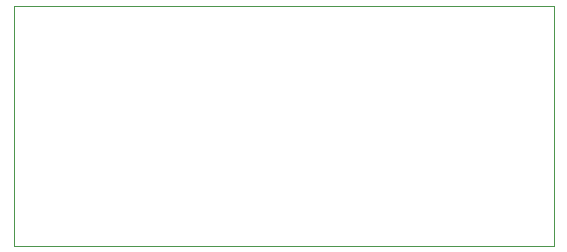
<source format=gbr>
%TF.GenerationSoftware,Altium Limited,Altium Designer,21.3.0 (21)*%
G04 Layer_Color=0*
%FSLAX45Y45*%
%MOMM*%
%TF.SameCoordinates,FC24DA46-C209-461C-A341-196A143AB96F*%
%TF.FilePolarity,Positive*%
%TF.FileFunction,Profile,NP*%
%TF.Part,Single*%
G01*
G75*
%TA.AperFunction,Profile*%
%ADD47C,0.02540*%
D47*
X22478999Y18796001D02*
Y20828000D01*
X27051001D01*
Y18796001D01*
X22478999D01*
%TF.MD5,37564ae3a82829732016a61285f47e01*%
M02*

</source>
